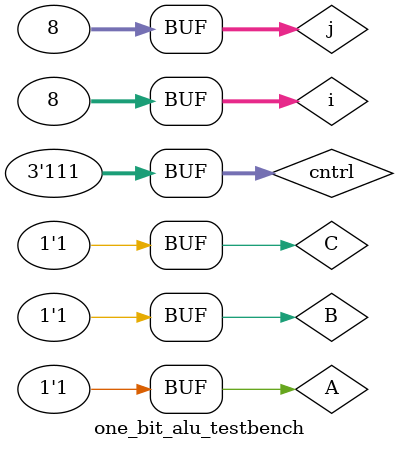
<source format=sv>
`timescale 1ns/10ps

module one_bit_alu (A, B, C, Bnot, cntrl, result, carry_out);
	input logic A, B, C, Bnot; //C=carryIn
	input logic [2:0] cntrl;
	output logic carry_out, result;

	logic bIn, adder, andRes, orRes, xorRes;
  parameter delay = 0.5;


//------Invert the b signal to use in two's comp--------------------------------

	mux2_1 bInvert (.out(bIn), .in0(B), .in1(Bnot), .sel1(cntrl[0]));


//------Create the 1-bit ALU from basic components------------------------------

	fullAdder addSub (.result(adder), .carry_out, .A, .B(bIn), .C);
	and #(delay) andSol (andRes, A, B);
	or  #(delay) orSol (orRes, A, B);
	xor #(delay) xorSol (xorRes, A, B);


//------Muliplex the result from each basic operator----------------------------

	mux8_1 cntrlMux (.out(result), .in({1'b0, xorRes, orRes, andRes, adder, adder, 1'b0, B}), .sel(cntrl));


endmodule

module one_bit_alu_testbench();

	logic A, B, C;
	logic [2:0] cntrl;
	logic carry_out, result;

	one_bit_alu dut (.A, .B, .C, .cntrl, .result, .carry_out);

	integer i, j;
	initial begin

	for(i=0; i<8; i++) begin
		{A, B, C} = i;
		for(j=0; j<8; j++) begin
			cntrl = j; #10;
		end
	end

	end
endmodule

</source>
